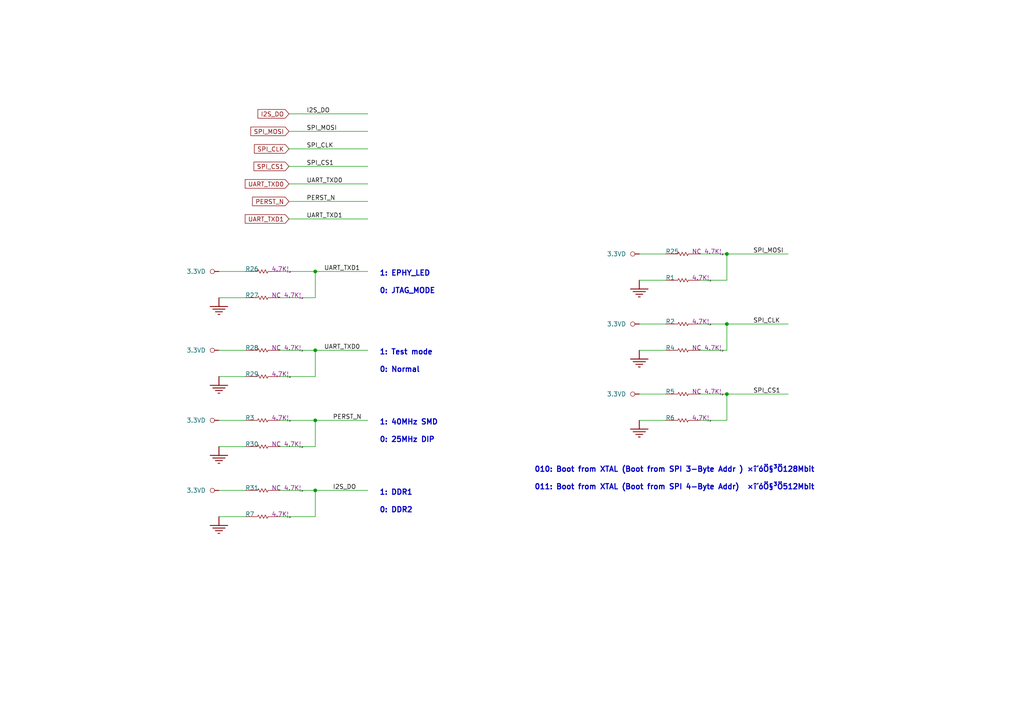
<source format=kicad_sch>
(kicad_sch
	(version 20250114)
	(generator "eeschema")
	(generator_version "9.0")
	(uuid "c5a05fdc-1f53-4dea-b615-ac5c6dd16d61")
	(paper "A4")
	(lib_symbols
		(symbol "Config-altium-import:3.3VD_CIRCLE"
			(power)
			(exclude_from_sim no)
			(in_bom yes)
			(on_board yes)
			(property "Reference" "#PWR"
				(at 0 0 0)
				(effects
					(font
						(size 1.27 1.27)
					)
					(hide yes)
				)
			)
			(property "Value" "3.3VD"
				(at 0 -3.81 0)
				(effects
					(font
						(size 1.27 1.27)
					)
				)
			)
			(property "Footprint" ""
				(at 0 0 0)
				(effects
					(font
						(size 1.27 1.27)
					)
					(hide yes)
				)
			)
			(property "Datasheet" ""
				(at 0 0 0)
				(effects
					(font
						(size 1.27 1.27)
					)
					(hide yes)
				)
			)
			(property "Description" "Power symbol creates a global label with name '3.3VD'"
				(at 0 0 0)
				(effects
					(font
						(size 1.27 1.27)
					)
					(hide yes)
				)
			)
			(property "ki_keywords" "power-flag"
				(at 0 0 0)
				(effects
					(font
						(size 1.27 1.27)
					)
					(hide yes)
				)
			)
			(symbol "3.3VD_CIRCLE_0_0"
				(polyline
					(pts
						(xy 0 0) (xy 0 -1.27)
					)
					(stroke
						(width 0.254)
						(type solid)
					)
					(fill
						(type none)
					)
				)
				(circle
					(center 0 -1.905)
					(radius 0.635)
					(stroke
						(width 0.127)
						(type solid)
					)
					(fill
						(type none)
					)
				)
				(pin power_in line
					(at 0 0 0)
					(length 0)
					(hide yes)
					(name "3.3VD"
						(effects
							(font
								(size 1.27 1.27)
							)
						)
					)
					(number ""
						(effects
							(font
								(size 1.27 1.27)
							)
						)
					)
				)
			)
			(embedded_fonts no)
		)
		(symbol "Config-altium-import:GND_POWER_GROUND"
			(power)
			(exclude_from_sim no)
			(in_bom yes)
			(on_board yes)
			(property "Reference" "#PWR"
				(at 0 0 0)
				(effects
					(font
						(size 1.27 1.27)
					)
					(hide yes)
				)
			)
			(property "Value" "GND"
				(at 0 -6.35 0)
				(effects
					(font
						(size 1.27 1.27)
					)
				)
			)
			(property "Footprint" ""
				(at 0 0 0)
				(effects
					(font
						(size 1.27 1.27)
					)
					(hide yes)
				)
			)
			(property "Datasheet" ""
				(at 0 0 0)
				(effects
					(font
						(size 1.27 1.27)
					)
					(hide yes)
				)
			)
			(property "Description" "Power symbol creates a global label with name 'GND'"
				(at 0 0 0)
				(effects
					(font
						(size 1.27 1.27)
					)
					(hide yes)
				)
			)
			(property "ki_keywords" "power-flag"
				(at 0 0 0)
				(effects
					(font
						(size 1.27 1.27)
					)
					(hide yes)
				)
			)
			(symbol "GND_POWER_GROUND_0_0"
				(polyline
					(pts
						(xy -2.54 -2.54) (xy 2.54 -2.54)
					)
					(stroke
						(width 0.254)
						(type solid)
					)
					(fill
						(type none)
					)
				)
				(polyline
					(pts
						(xy -1.778 -3.302) (xy 1.778 -3.302)
					)
					(stroke
						(width 0.254)
						(type solid)
					)
					(fill
						(type none)
					)
				)
				(polyline
					(pts
						(xy -1.016 -4.064) (xy 1.016 -4.064)
					)
					(stroke
						(width 0.254)
						(type solid)
					)
					(fill
						(type none)
					)
				)
				(polyline
					(pts
						(xy -0.254 -4.826) (xy 0.254 -4.826)
					)
					(stroke
						(width 0.254)
						(type solid)
					)
					(fill
						(type none)
					)
				)
				(polyline
					(pts
						(xy 0 0) (xy 0 -2.54)
					)
					(stroke
						(width 0.254)
						(type solid)
					)
					(fill
						(type none)
					)
				)
				(pin power_in line
					(at 0 0 0)
					(length 0)
					(hide yes)
					(name "GND"
						(effects
							(font
								(size 1.27 1.27)
							)
						)
					)
					(number ""
						(effects
							(font
								(size 1.27 1.27)
							)
						)
					)
				)
			)
			(embedded_fonts no)
		)
		(symbol "Config-altium-import:root_0_Res1_Miscellaneous Devices.SchLib"
			(pin_numbers
				(hide yes)
			)
			(pin_names
				(hide yes)
			)
			(exclude_from_sim no)
			(in_bom yes)
			(on_board yes)
			(property "Reference" ""
				(at 0 0 0)
				(effects
					(font
						(size 1.27 1.27)
					)
				)
			)
			(property "Value" ""
				(at 0 0 0)
				(effects
					(font
						(size 1.27 1.27)
					)
				)
			)
			(property "Footprint" ""
				(at 0 0 0)
				(effects
					(font
						(size 1.27 1.27)
					)
					(hide yes)
				)
			)
			(property "Datasheet" ""
				(at 0 0 0)
				(effects
					(font
						(size 1.27 1.27)
					)
					(hide yes)
				)
			)
			(property "Description" "Resistor"
				(at 0 0 0)
				(effects
					(font
						(size 1.27 1.27)
					)
					(hide yes)
				)
			)
			(property "ki_fp_filters" "*0402_R*"
				(at 0 0 0)
				(effects
					(font
						(size 1.27 1.27)
					)
					(hide yes)
				)
			)
			(symbol "root_0_Res1_Miscellaneous Devices.SchLib_1_0"
				(polyline
					(pts
						(xy 5.08 -2.54) (xy 4.064 -2.54) (xy 3.81 -3.048) (xy 3.302 -2.032) (xy 2.794 -3.048) (xy 2.286 -2.032)
						(xy 1.778 -3.048) (xy 1.27 -2.032) (xy 1.016 -2.54) (xy 0 -2.54)
					)
					(stroke
						(width 0)
						(type solid)
					)
					(fill
						(type none)
					)
				)
				(pin passive line
					(at -2.54 -2.54 0)
					(length 2.54)
					(name "1"
						(effects
							(font
								(size 1.27 1.27)
							)
						)
					)
					(number "1"
						(effects
							(font
								(size 1.27 1.27)
							)
						)
					)
				)
				(pin passive line
					(at 7.62 -2.54 180)
					(length 2.54)
					(name "2"
						(effects
							(font
								(size 1.27 1.27)
							)
						)
					)
					(number "2"
						(effects
							(font
								(size 1.27 1.27)
							)
						)
					)
				)
			)
			(embedded_fonts no)
		)
	)
	(text "010: Boot from XTAL (Boot from SPI 3-Byte Addr ) ×î´óÖ§³Ö128Mbit"
		(exclude_from_sim no)
		(at 154.94 137.16 0)
		(effects
			(font
				(size 1.524 1.524)
				(thickness 0.3048)
				(bold yes)
			)
			(justify left bottom)
		)
		(uuid "142d2410-a767-4cde-9076-925b4f12cbef")
	)
	(text "0: JTAG_MODE"
		(exclude_from_sim no)
		(at 110.02 85.34 0)
		(effects
			(font
				(size 1.524 1.524)
				(thickness 0.3048)
				(bold yes)
			)
			(justify left bottom)
		)
		(uuid "15ec377d-beed-4489-a1d3-4c3bfabdc936")
	)
	(text "0: 25MHz DIP"
		(exclude_from_sim no)
		(at 110.02 128.52 0)
		(effects
			(font
				(size 1.524 1.524)
				(thickness 0.3048)
				(bold yes)
			)
			(justify left bottom)
		)
		(uuid "1e3c7c93-7c8d-4b23-99fc-ac1a70dee443")
	)
	(text "0: DDR2"
		(exclude_from_sim no)
		(at 110 148.9 0)
		(effects
			(font
				(size 1.524 1.524)
				(thickness 0.3048)
				(bold yes)
			)
			(justify left bottom)
		)
		(uuid "32214924-bb1a-4421-9918-07a054ba787e")
	)
	(text "1: Test mode"
		(exclude_from_sim no)
		(at 110.02 103.12 0)
		(effects
			(font
				(size 1.524 1.524)
				(thickness 0.3048)
				(bold yes)
			)
			(justify left bottom)
		)
		(uuid "59a06f66-74dc-46a8-bc9f-1102f571f39f")
	)
	(text "1: EPHY_LED"
		(exclude_from_sim no)
		(at 110.02 80.26 0)
		(effects
			(font
				(size 1.524 1.524)
				(thickness 0.3048)
				(bold yes)
			)
			(justify left bottom)
		)
		(uuid "7a3eb17a-f6d1-414a-9acc-7cfc624a7970")
	)
	(text "0: Normal"
		(exclude_from_sim no)
		(at 110.02 108.2 0)
		(effects
			(font
				(size 1.524 1.524)
				(thickness 0.3048)
				(bold yes)
			)
			(justify left bottom)
		)
		(uuid "c7ca7ac2-c0f1-47db-b3ba-3ed4728f8ec3")
	)
	(text "1: 40MHz SMD"
		(exclude_from_sim no)
		(at 110.02 123.44 0)
		(effects
			(font
				(size 1.524 1.524)
				(thickness 0.3048)
				(bold yes)
			)
			(justify left bottom)
		)
		(uuid "c82ca0a1-069d-413c-b92f-656d63860003")
	)
	(text "1: DDR1"
		(exclude_from_sim no)
		(at 110 143.82 0)
		(effects
			(font
				(size 1.524 1.524)
				(thickness 0.3048)
				(bold yes)
			)
			(justify left bottom)
		)
		(uuid "ce43e003-ced1-44f9-acde-efd9e0f1e05e")
	)
	(text "011: Boot from XTAL (Boot from SPI 4-Byte Addr)  ×î´óÖ§³Ö512Mbit"
		(exclude_from_sim no)
		(at 154.94 142.24 0)
		(effects
			(font
				(size 1.524 1.524)
				(thickness 0.3048)
				(bold yes)
			)
			(justify left bottom)
		)
		(uuid "fd6bb5bf-50da-4d78-beab-9edbc646ab04")
	)
	(junction
		(at 91.44 101.6)
		(diameter 0)
		(color 0 0 0 0)
		(uuid "296cbddc-064a-41f2-a931-e8af66c6822c")
	)
	(junction
		(at 91.44 142.24)
		(diameter 0)
		(color 0 0 0 0)
		(uuid "3f6dfa48-ac85-444f-b39b-bbc1e2a893a1")
	)
	(junction
		(at 210.82 73.66)
		(diameter 0)
		(color 0 0 0 0)
		(uuid "8b19adbd-a445-4f5f-8c42-724660059cd2")
	)
	(junction
		(at 210.82 114.3)
		(diameter 0)
		(color 0 0 0 0)
		(uuid "a13d6eec-93f7-44ca-ae6e-d3d3821508aa")
	)
	(junction
		(at 91.44 121.92)
		(diameter 0)
		(color 0 0 0 0)
		(uuid "b712e51e-7d23-447e-b1bc-c365d00c8b63")
	)
	(junction
		(at 91.44 78.74)
		(diameter 0)
		(color 0 0 0 0)
		(uuid "e6263995-a605-4afb-85b5-20eced214302")
	)
	(junction
		(at 210.82 93.98)
		(diameter 0)
		(color 0 0 0 0)
		(uuid "f8c92516-9782-44ed-ba23-5cab4db63039")
	)
	(wire
		(pts
			(xy 83.82 48.26) (xy 106.68 48.26)
		)
		(stroke
			(width 0)
			(type default)
		)
		(uuid "026bedb5-f815-4788-b77e-faae3e518fc1")
	)
	(wire
		(pts
			(xy 203.2 81.28) (xy 210.82 81.28)
		)
		(stroke
			(width 0)
			(type default)
		)
		(uuid "0620dcae-2a48-4617-a5af-50c4c36958d2")
	)
	(wire
		(pts
			(xy 83.82 43.18) (xy 106.68 43.18)
		)
		(stroke
			(width 0)
			(type default)
		)
		(uuid "0aa03e91-df68-4f2b-b014-2f5100fcbea5")
	)
	(wire
		(pts
			(xy 81.28 149.86) (xy 91.44 149.86)
		)
		(stroke
			(width 0)
			(type default)
		)
		(uuid "0c560c78-5110-4d58-ab8d-3e118628915b")
	)
	(wire
		(pts
			(xy 210.82 101.6) (xy 210.82 93.98)
		)
		(stroke
			(width 0)
			(type default)
		)
		(uuid "0cb0e950-8c62-49ac-82ff-7509eccf4546")
	)
	(wire
		(pts
			(xy 185.42 101.6) (xy 193.04 101.6)
		)
		(stroke
			(width 0)
			(type default)
		)
		(uuid "0dc87684-1f82-4685-a039-fd0307fdaa87")
	)
	(wire
		(pts
			(xy 83.82 38.1) (xy 106.68 38.1)
		)
		(stroke
			(width 0)
			(type default)
		)
		(uuid "112327af-a574-4d62-8184-c8a2e07e9c8d")
	)
	(wire
		(pts
			(xy 91.44 142.24) (xy 106.68 142.24)
		)
		(stroke
			(width 0)
			(type default)
		)
		(uuid "19eba86f-ba9f-427c-9f5c-2f2e19e8a4f1")
	)
	(wire
		(pts
			(xy 210.82 73.66) (xy 228.6 73.66)
		)
		(stroke
			(width 0)
			(type default)
		)
		(uuid "20b09641-560d-49f0-a698-faf8c16b3ac9")
	)
	(wire
		(pts
			(xy 91.44 129.54) (xy 91.44 121.92)
		)
		(stroke
			(width 0)
			(type default)
		)
		(uuid "23750e1a-9461-4e84-8814-f70379a67389")
	)
	(wire
		(pts
			(xy 63.5 86.36) (xy 71.12 86.36)
		)
		(stroke
			(width 0)
			(type default)
		)
		(uuid "2a4b0dd2-e906-49aa-8a16-758e9fe31d91")
	)
	(wire
		(pts
			(xy 185.42 121.92) (xy 193.04 121.92)
		)
		(stroke
			(width 0)
			(type default)
		)
		(uuid "2af07630-f51d-4839-a1b6-a94c5ad01499")
	)
	(wire
		(pts
			(xy 91.44 149.86) (xy 91.44 142.24)
		)
		(stroke
			(width 0)
			(type default)
		)
		(uuid "301e6a07-1a26-4c1a-8860-4c2328bf6e09")
	)
	(wire
		(pts
			(xy 91.44 101.6) (xy 106.68 101.6)
		)
		(stroke
			(width 0)
			(type default)
		)
		(uuid "31f335b1-dcf3-412c-92bd-5cb4ee570d98")
	)
	(wire
		(pts
			(xy 63.5 109.22) (xy 71.12 109.22)
		)
		(stroke
			(width 0)
			(type default)
		)
		(uuid "39023410-261c-4ee3-9ac9-3a0659cb944d")
	)
	(wire
		(pts
			(xy 91.44 121.92) (xy 106.68 121.92)
		)
		(stroke
			(width 0)
			(type default)
		)
		(uuid "3e37e41e-0a72-4376-bbbe-e9a11f792a99")
	)
	(wire
		(pts
			(xy 91.44 86.36) (xy 91.44 78.74)
		)
		(stroke
			(width 0)
			(type default)
		)
		(uuid "3fecd6e2-0674-4dfd-9b7b-31518286d595")
	)
	(wire
		(pts
			(xy 81.28 129.54) (xy 91.44 129.54)
		)
		(stroke
			(width 0)
			(type default)
		)
		(uuid "4588e377-cbf0-41af-9550-0374446cf801")
	)
	(wire
		(pts
			(xy 81.28 101.6) (xy 91.44 101.6)
		)
		(stroke
			(width 0)
			(type default)
		)
		(uuid "491bc963-9e83-4be1-90a4-bf8a714bdf1c")
	)
	(wire
		(pts
			(xy 63.5 149.86) (xy 71.12 149.86)
		)
		(stroke
			(width 0)
			(type default)
		)
		(uuid "4b389e50-90f9-4c10-bd2c-d78dda2f16aa")
	)
	(wire
		(pts
			(xy 81.28 121.92) (xy 91.44 121.92)
		)
		(stroke
			(width 0)
			(type default)
		)
		(uuid "5e9dc1ef-436c-463f-b3d0-38eb0dc37bb8")
	)
	(wire
		(pts
			(xy 81.28 109.22) (xy 91.44 109.22)
		)
		(stroke
			(width 0)
			(type default)
		)
		(uuid "5f00949c-727f-4e1b-8683-69465ed60de0")
	)
	(wire
		(pts
			(xy 63.5 101.6) (xy 71.12 101.6)
		)
		(stroke
			(width 0)
			(type default)
		)
		(uuid "60b5cd8c-2cd3-494a-8ab8-3ef5eccee1ba")
	)
	(wire
		(pts
			(xy 81.28 142.24) (xy 91.44 142.24)
		)
		(stroke
			(width 0)
			(type default)
		)
		(uuid "67e721d3-976e-4f05-a62d-32c1e166d825")
	)
	(wire
		(pts
			(xy 63.5 78.74) (xy 71.12 78.74)
		)
		(stroke
			(width 0)
			(type default)
		)
		(uuid "6fbe4373-6df9-4a76-b91a-d513d8ece36b")
	)
	(wire
		(pts
			(xy 203.2 121.92) (xy 210.82 121.92)
		)
		(stroke
			(width 0)
			(type default)
		)
		(uuid "70b2887d-23e6-495f-8ec0-1424ccb524b2")
	)
	(wire
		(pts
			(xy 185.42 114.3) (xy 193.04 114.3)
		)
		(stroke
			(width 0)
			(type default)
		)
		(uuid "7278be98-f978-46dc-8959-58e2d59ab9ad")
	)
	(wire
		(pts
			(xy 81.28 78.74) (xy 91.44 78.74)
		)
		(stroke
			(width 0)
			(type default)
		)
		(uuid "74c68cba-a99a-4fa7-a913-cd6ab26b30da")
	)
	(wire
		(pts
			(xy 63.5 142.24) (xy 71.12 142.24)
		)
		(stroke
			(width 0)
			(type default)
		)
		(uuid "76f18fdb-1bc4-4ee1-9fa5-e456663b2129")
	)
	(wire
		(pts
			(xy 210.82 114.3) (xy 228.6 114.3)
		)
		(stroke
			(width 0)
			(type default)
		)
		(uuid "86c3e4bd-5b80-45c7-8a5a-1fe23c14dafb")
	)
	(wire
		(pts
			(xy 63.5 129.54) (xy 71.12 129.54)
		)
		(stroke
			(width 0)
			(type default)
		)
		(uuid "93a815f9-2aca-46a9-bbc0-5f21b33034c9")
	)
	(wire
		(pts
			(xy 210.82 81.28) (xy 210.82 73.66)
		)
		(stroke
			(width 0)
			(type default)
		)
		(uuid "9667fec8-63ce-4458-b9e4-03466a7bccc9")
	)
	(wire
		(pts
			(xy 81.28 86.36) (xy 91.44 86.36)
		)
		(stroke
			(width 0)
			(type default)
		)
		(uuid "a76c7e8b-c97a-42f2-8dfd-e125fcc70e3f")
	)
	(wire
		(pts
			(xy 83.82 58.42) (xy 106.68 58.42)
		)
		(stroke
			(width 0)
			(type default)
		)
		(uuid "a7bd5109-8875-4d94-b339-c8cad1e3dca3")
	)
	(wire
		(pts
			(xy 203.2 101.6) (xy 210.82 101.6)
		)
		(stroke
			(width 0)
			(type default)
		)
		(uuid "b708e4b5-b875-4c7c-9695-84d3464e83ca")
	)
	(wire
		(pts
			(xy 83.82 53.34) (xy 106.68 53.34)
		)
		(stroke
			(width 0)
			(type default)
		)
		(uuid "ba82c5df-7a0b-4526-afc4-a1faafaa1026")
	)
	(wire
		(pts
			(xy 185.42 81.28) (xy 193.04 81.28)
		)
		(stroke
			(width 0)
			(type default)
		)
		(uuid "be44ed58-3e05-4f8f-b116-8c72b2cab665")
	)
	(wire
		(pts
			(xy 203.2 93.98) (xy 210.82 93.98)
		)
		(stroke
			(width 0)
			(type default)
		)
		(uuid "c04f7ef8-6971-40a2-89f2-08648ae00536")
	)
	(wire
		(pts
			(xy 185.42 93.98) (xy 193.04 93.98)
		)
		(stroke
			(width 0)
			(type default)
		)
		(uuid "c5dbc756-6047-4a40-9e33-3e24517bfa65")
	)
	(wire
		(pts
			(xy 203.2 73.66) (xy 210.82 73.66)
		)
		(stroke
			(width 0)
			(type default)
		)
		(uuid "cfe5ae42-a23a-4989-b95c-e7915365e381")
	)
	(wire
		(pts
			(xy 83.82 63.5) (xy 106.68 63.5)
		)
		(stroke
			(width 0)
			(type default)
		)
		(uuid "d7067904-1304-4e54-832e-f256f6d099e3")
	)
	(wire
		(pts
			(xy 203.2 114.3) (xy 210.82 114.3)
		)
		(stroke
			(width 0)
			(type default)
		)
		(uuid "daa07f67-aa4d-444c-b9fb-59cb387c46c9")
	)
	(wire
		(pts
			(xy 63.5 121.92) (xy 71.12 121.92)
		)
		(stroke
			(width 0)
			(type default)
		)
		(uuid "dae5f269-200f-4931-96f5-640e1ccaccff")
	)
	(wire
		(pts
			(xy 83.82 33.02) (xy 106.68 33.02)
		)
		(stroke
			(width 0)
			(type default)
		)
		(uuid "f22e1246-a2b3-486c-8eab-8980a3d450e2")
	)
	(wire
		(pts
			(xy 210.82 93.98) (xy 228.6 93.98)
		)
		(stroke
			(width 0)
			(type default)
		)
		(uuid "f25e0db2-b98d-49c0-a943-5a89102c8814")
	)
	(wire
		(pts
			(xy 185.42 73.66) (xy 193.04 73.66)
		)
		(stroke
			(width 0)
			(type default)
		)
		(uuid "f89ca31b-7896-425e-8720-25f2ad52a3ef")
	)
	(wire
		(pts
			(xy 91.44 78.74) (xy 106.68 78.74)
		)
		(stroke
			(width 0)
			(type default)
		)
		(uuid "fb99ecfe-492b-4a12-8d16-7fc3133df753")
	)
	(wire
		(pts
			(xy 210.82 121.92) (xy 210.82 114.3)
		)
		(stroke
			(width 0)
			(type default)
		)
		(uuid "fc4a5603-705d-4f23-b56e-9db42f2ff7f6")
	)
	(wire
		(pts
			(xy 91.44 109.22) (xy 91.44 101.6)
		)
		(stroke
			(width 0)
			(type default)
		)
		(uuid "fde34989-c2a0-40f1-8ceb-b30f7f11a52d")
	)
	(label "UART_TXD1"
		(at 88.9 63.5 0)
		(effects
			(font
				(size 1.27 1.27)
			)
			(justify left bottom)
		)
		(uuid "23562da5-a04a-41d7-9c95-e7c39e66abd3")
	)
	(label "UART_TXD0"
		(at 88.9 53.34 0)
		(effects
			(font
				(size 1.27 1.27)
			)
			(justify left bottom)
		)
		(uuid "3fc1ef42-7c8b-4fbc-85e8-acd8cba9fead")
	)
	(label "UART_TXD0"
		(at 93.98 101.6 0)
		(effects
			(font
				(size 1.27 1.27)
			)
			(justify left bottom)
		)
		(uuid "47849042-37ac-461e-ab26-5375cc5e3c57")
	)
	(label "SPI_MOSI"
		(at 218.44 73.66 0)
		(effects
			(font
				(size 1.27 1.27)
			)
			(justify left bottom)
		)
		(uuid "7051e82c-aa05-4cdc-9524-bab1ee5473b4")
	)
	(label "UART_TXD1"
		(at 93.98 78.74 0)
		(effects
			(font
				(size 1.27 1.27)
			)
			(justify left bottom)
		)
		(uuid "75054289-fb75-4d42-a042-9af0693c17fd")
	)
	(label "SPI_CS1"
		(at 88.9 48.26 0)
		(effects
			(font
				(size 1.27 1.27)
			)
			(justify left bottom)
		)
		(uuid "7763e39a-c62a-41b3-a59d-c5c696cd6362")
	)
	(label "SPI_CLK"
		(at 218.44 93.98 0)
		(effects
			(font
				(size 1.27 1.27)
			)
			(justify left bottom)
		)
		(uuid "803d5533-1f7c-4875-a010-76254a7ef045")
	)
	(label "PERST_N"
		(at 96.52 121.92 0)
		(effects
			(font
				(size 1.27 1.27)
			)
			(justify left bottom)
		)
		(uuid "886bebea-2604-4757-b755-373c1df97cd9")
	)
	(label "SPI_CLK"
		(at 88.9 43.18 0)
		(effects
			(font
				(size 1.27 1.27)
			)
			(justify left bottom)
		)
		(uuid "8a274541-a6bf-4735-8ac6-5c18d5635246")
	)
	(label "I2S_DO"
		(at 88.9 33.02 0)
		(effects
			(font
				(size 1.27 1.27)
			)
			(justify left bottom)
		)
		(uuid "93dbb6ec-940d-4e7e-8f0c-dc557671ca94")
	)
	(label "SPI_CS1"
		(at 218.44 114.3 0)
		(effects
			(font
				(size 1.27 1.27)
			)
			(justify left bottom)
		)
		(uuid "b9d1a85d-1540-49e1-a030-e261ffd955d9")
	)
	(label "SPI_MOSI"
		(at 88.9 38.1 0)
		(effects
			(font
				(size 1.27 1.27)
			)
			(justify left bottom)
		)
		(uuid "c0f12fd6-ac8d-4a56-a335-c3042654848e")
	)
	(label "PERST_N"
		(at 88.9 58.42 0)
		(effects
			(font
				(size 1.27 1.27)
			)
			(justify left bottom)
		)
		(uuid "d556cbb2-e4b1-42b7-973a-65b4d08f5aed")
	)
	(label "I2S_DO"
		(at 96.52 142.24 0)
		(effects
			(font
				(size 1.27 1.27)
			)
			(justify left bottom)
		)
		(uuid "d8fe4066-eaaa-4856-b9e3-e3091b11ee90")
	)
	(global_label "PERST_N"
		(shape input)
		(at 83.82 58.42 180)
		(fields_autoplaced yes)
		(effects
			(font
				(size 1.27 1.27)
			)
			(justify right)
		)
		(uuid "3342eb3e-bb79-4b30-a909-52fd257e0970")
		(property "Intersheetrefs" "${INTERSHEET_REFS}"
			(at 72.6706 58.42 0)
			(effects
				(font
					(size 1.27 1.27)
				)
				(justify right)
				(hide yes)
			)
		)
	)
	(global_label "SPI_MOSI"
		(shape input)
		(at 83.82 38.1 180)
		(fields_autoplaced yes)
		(effects
			(font
				(size 1.27 1.27)
			)
			(justify right)
		)
		(uuid "399d80cb-29b7-42da-afba-0566b2847474")
		(property "Intersheetrefs" "${INTERSHEET_REFS}"
			(at 72.1867 38.1 0)
			(effects
				(font
					(size 1.27 1.27)
				)
				(justify right)
				(hide yes)
			)
		)
	)
	(global_label "UART_TXD0"
		(shape input)
		(at 83.82 53.34 180)
		(fields_autoplaced yes)
		(effects
			(font
				(size 1.27 1.27)
			)
			(justify right)
		)
		(uuid "82c23dc2-d4f5-47b1-841c-672f9660739f")
		(property "Intersheetrefs" "${INTERSHEET_REFS}"
			(at 70.5539 53.34 0)
			(effects
				(font
					(size 1.27 1.27)
				)
				(justify right)
				(hide yes)
			)
		)
	)
	(global_label "I2S_DO"
		(shape input)
		(at 83.82 33.02 180)
		(fields_autoplaced yes)
		(effects
			(font
				(size 1.27 1.27)
			)
			(justify right)
		)
		(uuid "9f44ce59-7580-4bb7-b69d-8a6e20999723")
		(property "Intersheetrefs" "${INTERSHEET_REFS}"
			(at 74.2429 33.02 0)
			(effects
				(font
					(size 1.27 1.27)
				)
				(justify right)
				(hide yes)
			)
		)
	)
	(global_label "UART_TXD1"
		(shape input)
		(at 83.82 63.5 180)
		(fields_autoplaced yes)
		(effects
			(font
				(size 1.27 1.27)
			)
			(justify right)
		)
		(uuid "a588469e-d74b-4c77-a15d-abada422ff96")
		(property "Intersheetrefs" "${INTERSHEET_REFS}"
			(at 70.5539 63.5 0)
			(effects
				(font
					(size 1.27 1.27)
				)
				(justify right)
				(hide yes)
			)
		)
	)
	(global_label "SPI_CLK"
		(shape input)
		(at 83.82 43.18 180)
		(fields_autoplaced yes)
		(effects
			(font
				(size 1.27 1.27)
			)
			(justify right)
		)
		(uuid "bcd8adfb-d647-499d-bb73-f45af446f88b")
		(property "Intersheetrefs" "${INTERSHEET_REFS}"
			(at 73.2148 43.18 0)
			(effects
				(font
					(size 1.27 1.27)
				)
				(justify right)
				(hide yes)
			)
		)
	)
	(global_label "SPI_CS1"
		(shape input)
		(at 83.82 48.26 180)
		(fields_autoplaced yes)
		(effects
			(font
				(size 1.27 1.27)
			)
			(justify right)
		)
		(uuid "e245ceb5-0b4e-4235-8f87-8e96938c01b9")
		(property "Intersheetrefs" "${INTERSHEET_REFS}"
			(at 73.0939 48.26 0)
			(effects
				(font
					(size 1.27 1.27)
				)
				(justify right)
				(hide yes)
			)
		)
	)
	(symbol
		(lib_id "Config-altium-import:root_0_Res1_Miscellaneous Devices.SchLib")
		(at 73.66 83.82 0)
		(unit 1)
		(exclude_from_sim no)
		(in_bom yes)
		(on_board yes)
		(dnp no)
		(uuid "06b5c93d-041c-47ab-a677-4b073eee732a")
		(property "Reference" "R27"
			(at 71.12 86.36 0)
			(effects
				(font
					(size 1.27 1.27)
				)
				(justify left bottom)
			)
		)
		(property "Value" "4.7k"
			(at 73.406 89.662 0)
			(effects
				(font
					(size 1.27 1.27)
				)
				(justify left bottom)
				(hide yes)
			)
		)
		(property "Footprint" "Resistor_SMD:R_0402_1005Metric"
			(at 73.66 83.82 0)
			(effects
				(font
					(size 1.27 1.27)
				)
				(hide yes)
			)
		)
		(property "Datasheet" ""
			(at 73.66 83.82 0)
			(effects
				(font
					(size 1.27 1.27)
				)
				(hide yes)
			)
		)
		(property "Description" "Resistor"
			(at 73.66 83.82 0)
			(effects
				(font
					(size 1.27 1.27)
				)
				(hide yes)
			)
		)
		(property "PUBLISHED" "8-Jun-2000"
			(at 73.66 83.82 0)
			(effects
				(font
					(size 1.27 1.27)
				)
				(justify left bottom)
				(hide yes)
			)
		)
		(property "LATESTREVISIONDATE" "17-Jul-2002"
			(at 73.66 83.82 0)
			(effects
				(font
					(size 1.27 1.27)
				)
				(justify left bottom)
				(hide yes)
			)
		)
		(property "LATESTREVISIONNOTE" "Re-released for DXP Platform."
			(at 73.66 83.82 0)
			(effects
				(font
					(size 1.27 1.27)
				)
				(justify left bottom)
				(hide yes)
			)
		)
		(property "PACKAGEREFERENCE" "AXIAL-0.3"
			(at 73.66 83.82 0)
			(effects
				(font
					(size 1.27 1.27)
				)
				(justify left bottom)
				(hide yes)
			)
		)
		(property "PUBLISHER" "Altium Limited"
			(at 73.66 83.82 0)
			(effects
				(font
					(size 1.27 1.27)
				)
				(justify left bottom)
				(hide yes)
			)
		)
		(property "PACKAGEDESCRIPTION" "Axial Device, Thru-Hole; 2 Leads; 0.3 in Pin Spacing"
			(at 73.66 83.82 0)
			(effects
				(font
					(size 1.27 1.27)
				)
				(justify left bottom)
				(hide yes)
			)
		)
		(property "ALTIUM_VALUE" "NC 4.7K¦¸"
			(at 78.74 86.36 0)
			(effects
				(font
					(size 1.27 1.27)
				)
				(justify left bottom)
			)
		)
		(property "LCSC" "NC"
			(at 73.66 83.82 0)
			(effects
				(font
					(size 1.27 1.27)
				)
				(hide yes)
			)
		)
		(pin "2"
			(uuid "1691afe5-8ddf-40a4-a64c-258cc8b45632")
		)
		(pin "1"
			(uuid "b1fefbdb-a9ef-43e5-82b0-b705f1113ff1")
		)
		(instances
			(project "mt7628v1"
				(path "/144686d4-2b77-460c-9924-cc86faff7e9d/bf8f1e72-29e7-42fb-9405-1131aaba26a2"
					(reference "R27")
					(unit 1)
				)
			)
		)
	)
	(symbol
		(lib_id "Config-altium-import:root_0_Res1_Miscellaneous Devices.SchLib")
		(at 73.66 99.06 0)
		(unit 1)
		(exclude_from_sim no)
		(in_bom yes)
		(on_board yes)
		(dnp no)
		(uuid "0a9d4f99-8278-433e-a7f2-82f137b99a42")
		(property "Reference" "R28"
			(at 71.12 101.6 0)
			(effects
				(font
					(size 1.27 1.27)
				)
				(justify left bottom)
			)
		)
		(property "Value" "4.7k"
			(at 73.406 104.902 0)
			(effects
				(font
					(size 1.27 1.27)
				)
				(justify left bottom)
				(hide yes)
			)
		)
		(property "Footprint" "Resistor_SMD:R_0402_1005Metric"
			(at 73.66 99.06 0)
			(effects
				(font
					(size 1.27 1.27)
				)
				(hide yes)
			)
		)
		(property "Datasheet" ""
			(at 73.66 99.06 0)
			(effects
				(font
					(size 1.27 1.27)
				)
				(hide yes)
			)
		)
		(property "Description" "Resistor"
			(at 73.66 99.06 0)
			(effects
				(font
					(size 1.27 1.27)
				)
				(hide yes)
			)
		)
		(property "PUBLISHED" "8-Jun-2000"
			(at 73.66 99.06 0)
			(effects
				(font
					(size 1.27 1.27)
				)
				(justify left bottom)
				(hide yes)
			)
		)
		(property "LATESTREVISIONDATE" "17-Jul-2002"
			(at 73.66 99.06 0)
			(effects
				(font
					(size 1.27 1.27)
				)
				(justify left bottom)
				(hide yes)
			)
		)
		(property "LATESTREVISIONNOTE" "Re-released for DXP Platform."
			(at 73.66 99.06 0)
			(effects
				(font
					(size 1.27 1.27)
				)
				(justify left bottom)
				(hide yes)
			)
		)
		(property "PACKAGEREFERENCE" "AXIAL-0.3"
			(at 73.66 99.06 0)
			(effects
				(font
					(size 1.27 1.27)
				)
				(justify left bottom)
				(hide yes)
			)
		)
		(property "PUBLISHER" "Altium Limited"
			(at 73.66 99.06 0)
			(effects
				(font
					(size 1.27 1.27)
				)
				(justify left bottom)
				(hide yes)
			)
		)
		(property "PACKAGEDESCRIPTION" "Axial Device, Thru-Hole; 2 Leads; 0.3 in Pin Spacing"
			(at 73.66 99.06 0)
			(effects
				(font
					(size 1.27 1.27)
				)
				(justify left bottom)
				(hide yes)
			)
		)
		(property "ALTIUM_VALUE" "NC 4.7K¦¸"
			(at 78.74 101.6 0)
			(effects
				(font
					(size 1.27 1.27)
				)
				(justify left bottom)
			)
		)
		(property "LCSC" "NC"
			(at 73.66 99.06 0)
			(effects
				(font
					(size 1.27 1.27)
				)
				(hide yes)
			)
		)
		(pin "2"
			(uuid "30ae67e7-5e85-4ec7-88cf-49258818dc25")
		)
		(pin "1"
			(uuid "17033f55-00bc-47fb-ad00-d8fdcc69761a")
		)
		(instances
			(project "mt7628v1"
				(path "/144686d4-2b77-460c-9924-cc86faff7e9d/bf8f1e72-29e7-42fb-9405-1131aaba26a2"
					(reference "R28")
					(unit 1)
				)
			)
		)
	)
	(symbol
		(lib_id "Config-altium-import:root_0_Res1_Miscellaneous Devices.SchLib")
		(at 73.66 147.32 0)
		(unit 1)
		(exclude_from_sim no)
		(in_bom yes)
		(on_board yes)
		(dnp no)
		(uuid "0ab4060a-db1d-438d-a9c5-b1ac6089ecf3")
		(property "Reference" "R7"
			(at 71.12 149.86 0)
			(effects
				(font
					(size 1.27 1.27)
				)
				(justify left bottom)
			)
		)
		(property "Value" "4.7k"
			(at 73.406 153.162 0)
			(effects
				(font
					(size 1.27 1.27)
				)
				(justify left bottom)
				(hide yes)
			)
		)
		(property "Footprint" "Resistor_SMD:R_0402_1005Metric"
			(at 73.66 147.32 0)
			(effects
				(font
					(size 1.27 1.27)
				)
				(hide yes)
			)
		)
		(property "Datasheet" ""
			(at 73.66 147.32 0)
			(effects
				(font
					(size 1.27 1.27)
				)
				(hide yes)
			)
		)
		(property "Description" "Resistor"
			(at 73.66 147.32 0)
			(effects
				(font
					(size 1.27 1.27)
				)
				(hide yes)
			)
		)
		(property "PUBLISHED" "8-Jun-2000"
			(at 73.66 147.32 0)
			(effects
				(font
					(size 1.27 1.27)
				)
				(justify left bottom)
				(hide yes)
			)
		)
		(property "LATESTREVISIONDATE" "17-Jul-2002"
			(at 73.66 147.32 0)
			(effects
				(font
					(size 1.27 1.27)
				)
				(justify left bottom)
				(hide yes)
			)
		)
		(property "LATESTREVISIONNOTE" "Re-released for DXP Platform."
			(at 73.66 147.32 0)
			(effects
				(font
					(size 1.27 1.27)
				)
				(justify left bottom)
				(hide yes)
			)
		)
		(property "PACKAGEREFERENCE" "AXIAL-0.3"
			(at 73.66 147.32 0)
			(effects
				(font
					(size 1.27 1.27)
				)
				(justify left bottom)
				(hide yes)
			)
		)
		(property "PUBLISHER" "Altium Limited"
			(at 73.66 147.32 0)
			(effects
				(font
					(size 1.27 1.27)
				)
				(justify left bottom)
				(hide yes)
			)
		)
		(property "PACKAGEDESCRIPTION" "Axial Device, Thru-Hole; 2 Leads; 0.3 in Pin Spacing"
			(at 73.66 147.32 0)
			(effects
				(font
					(size 1.27 1.27)
				)
				(justify left bottom)
				(hide yes)
			)
		)
		(property "ALTIUM_VALUE" "4.7K¦¸"
			(at 78.74 149.86 0)
			(effects
				(font
					(size 1.27 1.27)
				)
				(justify left bottom)
			)
		)
		(property "LCSC" "C25900"
			(at 73.66 147.32 0)
			(effects
				(font
					(size 1.27 1.27)
				)
				(hide yes)
			)
		)
		(pin "1"
			(uuid "8cbd3c59-4ba5-42b4-9352-8602b4958a00")
		)
		(pin "2"
			(uuid "7511e436-ab9b-4114-91c0-9709e789c5d2")
		)
		(instances
			(project "mt7628v1"
				(path "/144686d4-2b77-460c-9924-cc86faff7e9d/bf8f1e72-29e7-42fb-9405-1131aaba26a2"
					(reference "R7")
					(unit 1)
				)
			)
		)
	)
	(symbol
		(lib_id "Config-altium-import:3.3VD_CIRCLE")
		(at 63.5 78.74 270)
		(unit 1)
		(exclude_from_sim no)
		(in_bom yes)
		(on_board yes)
		(dnp no)
		(uuid "1022f0f8-7b35-4d65-af75-642f0244283b")
		(property "Reference" "#PWR094"
			(at 63.5 78.74 0)
			(effects
				(font
					(size 1.27 1.27)
				)
				(hide yes)
			)
		)
		(property "Value" "3.3VD"
			(at 59.69 78.74 90)
			(effects
				(font
					(size 1.27 1.27)
				)
				(justify right)
			)
		)
		(property "Footprint" ""
			(at 63.5 78.74 0)
			(effects
				(font
					(size 1.27 1.27)
				)
			)
		)
		(property "Datasheet" ""
			(at 63.5 78.74 0)
			(effects
				(font
					(size 1.27 1.27)
				)
			)
		)
		(property "Description" ""
			(at 63.5 78.74 0)
			(effects
				(font
					(size 1.27 1.27)
				)
			)
		)
		(pin ""
			(uuid "e0b0577f-69d6-4ccc-83e3-85d895e3b678")
		)
		(instances
			(project "mt7628v1"
				(path "/144686d4-2b77-460c-9924-cc86faff7e9d/bf8f1e72-29e7-42fb-9405-1131aaba26a2"
					(reference "#PWR094")
					(unit 1)
				)
			)
		)
	)
	(symbol
		(lib_id "Config-altium-import:GND_POWER_GROUND")
		(at 185.42 81.28 0)
		(unit 1)
		(exclude_from_sim no)
		(in_bom yes)
		(on_board yes)
		(dnp no)
		(uuid "12bc2079-08e0-4562-841b-c97c992300bd")
		(property "Reference" "#PWR0103"
			(at 185.42 81.28 0)
			(effects
				(font
					(size 1.27 1.27)
				)
				(hide yes)
			)
		)
		(property "Value" "GND"
			(at 185.42 87.63 0)
			(effects
				(font
					(size 1.27 1.27)
				)
				(hide yes)
			)
		)
		(property "Footprint" ""
			(at 185.42 81.28 0)
			(effects
				(font
					(size 1.27 1.27)
				)
			)
		)
		(property "Datasheet" ""
			(at 185.42 81.28 0)
			(effects
				(font
					(size 1.27 1.27)
				)
			)
		)
		(property "Description" ""
			(at 185.42 81.28 0)
			(effects
				(font
					(size 1.27 1.27)
				)
			)
		)
		(pin ""
			(uuid "9cfc372e-3591-426c-86ff-a1771ece27f7")
		)
		(instances
			(project "mt7628v1"
				(path "/144686d4-2b77-460c-9924-cc86faff7e9d/bf8f1e72-29e7-42fb-9405-1131aaba26a2"
					(reference "#PWR0103")
					(unit 1)
				)
			)
		)
	)
	(symbol
		(lib_id "Config-altium-import:GND_POWER_GROUND")
		(at 63.5 86.36 0)
		(unit 1)
		(exclude_from_sim no)
		(in_bom yes)
		(on_board yes)
		(dnp no)
		(uuid "2133c166-07f5-4b96-818b-d1fe4d9a6e20")
		(property "Reference" "#PWR095"
			(at 63.5 86.36 0)
			(effects
				(font
					(size 1.27 1.27)
				)
				(hide yes)
			)
		)
		(property "Value" "GND"
			(at 63.5 92.71 0)
			(effects
				(font
					(size 1.27 1.27)
				)
				(hide yes)
			)
		)
		(property "Footprint" ""
			(at 63.5 86.36 0)
			(effects
				(font
					(size 1.27 1.27)
				)
			)
		)
		(property "Datasheet" ""
			(at 63.5 86.36 0)
			(effects
				(font
					(size 1.27 1.27)
				)
			)
		)
		(property "Description" ""
			(at 63.5 86.36 0)
			(effects
				(font
					(size 1.27 1.27)
				)
			)
		)
		(pin ""
			(uuid "e7b3807e-e73a-41f5-bf2f-5de470bc53e6")
		)
		(instances
			(project "mt7628v1"
				(path "/144686d4-2b77-460c-9924-cc86faff7e9d/bf8f1e72-29e7-42fb-9405-1131aaba26a2"
					(reference "#PWR095")
					(unit 1)
				)
			)
		)
	)
	(symbol
		(lib_id "Config-altium-import:root_0_Res1_Miscellaneous Devices.SchLib")
		(at 73.66 139.7 0)
		(unit 1)
		(exclude_from_sim no)
		(in_bom yes)
		(on_board yes)
		(dnp no)
		(uuid "29253b6a-489a-4169-9797-eb67c0fcfdc0")
		(property "Reference" "R31"
			(at 71.12 142.24 0)
			(effects
				(font
					(size 1.27 1.27)
				)
				(justify left bottom)
			)
		)
		(property "Value" "4.7k"
			(at 73.406 145.542 0)
			(effects
				(font
					(size 1.27 1.27)
				)
				(justify left bottom)
				(hide yes)
			)
		)
		(property "Footprint" "Resistor_SMD:R_0402_1005Metric"
			(at 73.66 139.7 0)
			(effects
				(font
					(size 1.27 1.27)
				)
				(hide yes)
			)
		)
		(property "Datasheet" ""
			(at 73.66 139.7 0)
			(effects
				(font
					(size 1.27 1.27)
				)
				(hide yes)
			)
		)
		(property "Description" "Resistor"
			(at 73.66 139.7 0)
			(effects
				(font
					(size 1.27 1.27)
				)
				(hide yes)
			)
		)
		(property "PUBLISHED" "8-Jun-2000"
			(at 73.66 139.7 0)
			(effects
				(font
					(size 1.27 1.27)
				)
				(justify left bottom)
				(hide yes)
			)
		)
		(property "LATESTREVISIONDATE" "17-Jul-2002"
			(at 73.66 139.7 0)
			(effects
				(font
					(size 1.27 1.27)
				)
				(justify left bottom)
				(hide yes)
			)
		)
		(property "LATESTREVISIONNOTE" "Re-released for DXP Platform."
			(at 73.66 139.7 0)
			(effects
				(font
					(size 1.27 1.27)
				)
				(justify left bottom)
				(hide yes)
			)
		)
		(property "PACKAGEREFERENCE" "AXIAL-0.3"
			(at 73.66 139.7 0)
			(effects
				(font
					(size 1.27 1.27)
				)
				(justify left bottom)
				(hide yes)
			)
		)
		(property "PUBLISHER" "Altium Limited"
			(at 73.66 139.7 0)
			(effects
				(font
					(size 1.27 1.27)
				)
				(justify left bottom)
				(hide yes)
			)
		)
		(property "PACKAGEDESCRIPTION" "Axial Device, Thru-Hole; 2 Leads; 0.3 in Pin Spacing"
			(at 73.66 139.7 0)
			(effects
				(font
					(size 1.27 1.27)
				)
				(justify left bottom)
				(hide yes)
			)
		)
		(property "ALTIUM_VALUE" "NC 4.7K¦¸"
			(at 78.74 142.24 0)
			(effects
				(font
					(size 1.27 1.27)
				)
				(justify left bottom)
			)
		)
		(property "LCSC" "NC"
			(at 73.66 139.7 0)
			(effects
				(font
					(size 1.27 1.27)
				)
				(hide yes)
			)
		)
		(pin "2"
			(uuid "d28ed1b4-ca96-4459-bad8-4c79ac85c8b4")
		)
		(pin "1"
			(uuid "5fa3b7dd-5ebf-434d-ab1a-f35749d99029")
		)
		(instances
			(project "mt7628v1"
				(path "/144686d4-2b77-460c-9924-cc86faff7e9d/bf8f1e72-29e7-42fb-9405-1131aaba26a2"
					(reference "R31")
					(unit 1)
				)
			)
		)
	)
	(symbol
		(lib_id "Config-altium-import:root_0_Res1_Miscellaneous Devices.SchLib")
		(at 195.58 91.44 0)
		(unit 1)
		(exclude_from_sim no)
		(in_bom yes)
		(on_board yes)
		(dnp no)
		(uuid "2fc6f50c-a42f-4ce3-baea-a436835ea466")
		(property "Reference" "R2"
			(at 193.04 93.98 0)
			(effects
				(font
					(size 1.27 1.27)
				)
				(justify left bottom)
			)
		)
		(property "Value" "4.7k"
			(at 195.326 97.282 0)
			(effects
				(font
					(size 1.27 1.27)
				)
				(justify left bottom)
				(hide yes)
			)
		)
		(property "Footprint" "Resistor_SMD:R_0402_1005Metric"
			(at 195.58 91.44 0)
			(effects
				(font
					(size 1.27 1.27)
				)
				(hide yes)
			)
		)
		(property "Datasheet" ""
			(at 195.58 91.44 0)
			(effects
				(font
					(size 1.27 1.27)
				)
				(hide yes)
			)
		)
		(property "Description" "Resistor"
			(at 195.58 91.44 0)
			(effects
				(font
					(size 1.27 1.27)
				)
				(hide yes)
			)
		)
		(property "PUBLISHED" "8-Jun-2000"
			(at 195.58 91.44 0)
			(effects
				(font
					(size 1.27 1.27)
				)
				(justify left bottom)
				(hide yes)
			)
		)
		(property "LATESTREVISIONDATE" "17-Jul-2002"
			(at 195.58 91.44 0)
			(effects
				(font
					(size 1.27 1.27)
				)
				(justify left bottom)
				(hide yes)
			)
		)
		(property "LATESTREVISIONNOTE" "Re-released for DXP Platform."
			(at 195.58 91.44 0)
			(effects
				(font
					(size 1.27 1.27)
				)
				(justify left bottom)
				(hide yes)
			)
		)
		(property "PACKAGEREFERENCE" "AXIAL-0.3"
			(at 195.58 91.44 0)
			(effects
				(font
					(size 1.27 1.27)
				)
				(justify left bottom)
				(hide yes)
			)
		)
		(property "PUBLISHER" "Altium Limited"
			(at 195.58 91.44 0)
			(effects
				(font
					(size 1.27 1.27)
				)
				(justify left bottom)
				(hide yes)
			)
		)
		(property "PACKAGEDESCRIPTION" "Axial Device, Thru-Hole; 2 Leads; 0.3 in Pin Spacing"
			(at 195.58 91.44 0)
			(effects
				(font
					(size 1.27 1.27)
				)
				(justify left bottom)
				(hide yes)
			)
		)
		(property "ALTIUM_VALUE" "4.7K¦¸"
			(at 200.66 93.98 0)
			(effects
				(font
					(size 1.27 1.27)
				)
				(justify left bottom)
			)
		)
		(property "LCSC" "C25900"
			(at 195.58 91.44 0)
			(effects
				(font
					(size 1.27 1.27)
				)
				(hide yes)
			)
		)
		(pin "2"
			(uuid "74da3089-dda5-41ea-b04d-438617116712")
		)
		(pin "1"
			(uuid "9e3effeb-59c9-4cc0-ae83-20de0e935c88")
		)
		(instances
			(project "mt7628v1"
				(path "/144686d4-2b77-460c-9924-cc86faff7e9d/bf8f1e72-29e7-42fb-9405-1131aaba26a2"
					(reference "R2")
					(unit 1)
				)
			)
		)
	)
	(symbol
		(lib_id "Config-altium-import:root_0_Res1_Miscellaneous Devices.SchLib")
		(at 73.66 76.2 0)
		(unit 1)
		(exclude_from_sim no)
		(in_bom yes)
		(on_board yes)
		(dnp no)
		(uuid "4bb4b957-19d2-4561-aa6b-812e5206eef4")
		(property "Reference" "R26"
			(at 71.12 78.74 0)
			(effects
				(font
					(size 1.27 1.27)
				)
				(justify left bottom)
			)
		)
		(property "Value" "4.7k"
			(at 73.406 82.042 0)
			(effects
				(font
					(size 1.27 1.27)
				)
				(justify left bottom)
				(hide yes)
			)
		)
		(property "Footprint" "Resistor_SMD:R_0402_1005Metric"
			(at 73.66 76.2 0)
			(effects
				(font
					(size 1.27 1.27)
				)
				(hide yes)
			)
		)
		(property "Datasheet" ""
			(at 73.66 76.2 0)
			(effects
				(font
					(size 1.27 1.27)
				)
				(hide yes)
			)
		)
		(property "Description" "Resistor"
			(at 73.66 76.2 0)
			(effects
				(font
					(size 1.27 1.27)
				)
				(hide yes)
			)
		)
		(property "PUBLISHED" "8-Jun-2000"
			(at 73.66 76.2 0)
			(effects
				(font
					(size 1.27 1.27)
				)
				(justify left bottom)
				(hide yes)
			)
		)
		(property "LATESTREVISIONDATE" "17-Jul-2002"
			(at 73.66 76.2 0)
			(effects
				(font
					(size 1.27 1.27)
				)
				(justify left bottom)
				(hide yes)
			)
		)
		(property "LATESTREVISIONNOTE" "Re-released for DXP Platform."
			(at 73.66 76.2 0)
			(effects
				(font
					(size 1.27 1.27)
				)
				(justify left bottom)
				(hide yes)
			)
		)
		(property "PACKAGEREFERENCE" "AXIAL-0.3"
			(at 73.66 76.2 0)
			(effects
				(font
					(size 1.27 1.27)
				)
				(justify left bottom)
				(hide yes)
			)
		)
		(property "PUBLISHER" "Altium Limited"
			(at 73.66 76.2 0)
			(effects
				(font
					(size 1.27 1.27)
				)
				(justify left bottom)
				(hide yes)
			)
		)
		(property "PACKAGEDESCRIPTION" "Axial Device, Thru-Hole; 2 Leads; 0.3 in Pin Spacing"
			(at 73.66 76.2 0)
			(effects
				(font
					(size 1.27 1.27)
				)
				(justify left bottom)
				(hide yes)
			)
		)
		(property "ALTIUM_VALUE" "4.7K¦¸"
			(at 78.74 78.74 0)
			(effects
				(font
					(size 1.27 1.27)
				)
				(justify left bottom)
			)
		)
		(property "LCSC" "C25900"
			(at 73.66 76.2 0)
			(effects
				(font
					(size 1.27 1.27)
				)
				(hide yes)
			)
		)
		(pin "2"
			(uuid "033d04ca-4da8-4544-b124-1e4f0bc4e6c2")
		)
		(pin "1"
			(uuid "8ff8f21a-722f-463f-a69c-7ca3511fb66d")
		)
		(instances
			(project "mt7628v1"
				(path "/144686d4-2b77-460c-9924-cc86faff7e9d/bf8f1e72-29e7-42fb-9405-1131aaba26a2"
					(reference "R26")
					(unit 1)
				)
			)
		)
	)
	(symbol
		(lib_id "Config-altium-import:3.3VD_CIRCLE")
		(at 185.42 93.98 270)
		(unit 1)
		(exclude_from_sim no)
		(in_bom yes)
		(on_board yes)
		(dnp no)
		(uuid "52fd6617-d9bc-432e-ab35-a358fc331edc")
		(property "Reference" "#PWR0104"
			(at 185.42 93.98 0)
			(effects
				(font
					(size 1.27 1.27)
				)
				(hide yes)
			)
		)
		(property "Value" "3.3VD"
			(at 181.61 93.98 90)
			(effects
				(font
					(size 1.27 1.27)
				)
				(justify right)
			)
		)
		(property "Footprint" ""
			(at 185.42 93.98 0)
			(effects
				(font
					(size 1.27 1.27)
				)
			)
		)
		(property "Datasheet" ""
			(at 185.42 93.98 0)
			(effects
				(font
					(size 1.27 1.27)
				)
			)
		)
		(property "Description" ""
			(at 185.42 93.98 0)
			(effects
				(font
					(size 1.27 1.27)
				)
			)
		)
		(pin ""
			(uuid "5e5d5896-53ea-4d6f-a662-f39a90cbb614")
		)
		(instances
			(project "mt7628v1"
				(path "/144686d4-2b77-460c-9924-cc86faff7e9d/bf8f1e72-29e7-42fb-9405-1131aaba26a2"
					(reference "#PWR0104")
					(unit 1)
				)
			)
		)
	)
	(symbol
		(lib_id "Config-altium-import:3.3VD_CIRCLE")
		(at 63.5 142.24 270)
		(unit 1)
		(exclude_from_sim no)
		(in_bom yes)
		(on_board yes)
		(dnp no)
		(uuid "57bc9130-9a18-4ebe-882e-647f0d876a7c")
		(property "Reference" "#PWR0100"
			(at 63.5 142.24 0)
			(effects
				(font
					(size 1.27 1.27)
				)
				(hide yes)
			)
		)
		(property "Value" "3.3VD"
			(at 59.69 142.24 90)
			(effects
				(font
					(size 1.27 1.27)
				)
				(justify right)
			)
		)
		(property "Footprint" ""
			(at 63.5 142.24 0)
			(effects
				(font
					(size 1.27 1.27)
				)
			)
		)
		(property "Datasheet" ""
			(at 63.5 142.24 0)
			(effects
				(font
					(size 1.27 1.27)
				)
			)
		)
		(property "Description" ""
			(at 63.5 142.24 0)
			(effects
				(font
					(size 1.27 1.27)
				)
			)
		)
		(pin ""
			(uuid "2a7e0b90-3aef-446f-a4fa-2e8bce6ecab6")
		)
		(instances
			(project "mt7628v1"
				(path "/144686d4-2b77-460c-9924-cc86faff7e9d/bf8f1e72-29e7-42fb-9405-1131aaba26a2"
					(reference "#PWR0100")
					(unit 1)
				)
			)
		)
	)
	(symbol
		(lib_id "Config-altium-import:root_0_Res1_Miscellaneous Devices.SchLib")
		(at 73.66 119.38 0)
		(unit 1)
		(exclude_from_sim no)
		(in_bom yes)
		(on_board yes)
		(dnp no)
		(uuid "623cd87e-4f99-4473-9665-725d81c9b745")
		(property "Reference" "R3"
			(at 71.12 121.92 0)
			(effects
				(font
					(size 1.27 1.27)
				)
				(justify left bottom)
			)
		)
		(property "Value" "4.7k"
			(at 73.406 125.222 0)
			(effects
				(font
					(size 1.27 1.27)
				)
				(justify left bottom)
				(hide yes)
			)
		)
		(property "Footprint" "Resistor_SMD:R_0402_1005Metric"
			(at 73.66 119.38 0)
			(effects
				(font
					(size 1.27 1.27)
				)
				(hide yes)
			)
		)
		(property "Datasheet" ""
			(at 73.66 119.38 0)
			(effects
				(font
					(size 1.27 1.27)
				)
				(hide yes)
			)
		)
		(property "Description" "Resistor"
			(at 73.66 119.38 0)
			(effects
				(font
					(size 1.27 1.27)
				)
				(hide yes)
			)
		)
		(property "PUBLISHED" "8-Jun-2000"
			(at 73.66 119.38 0)
			(effects
				(font
					(size 1.27 1.27)
				)
				(justify left bottom)
				(hide yes)
			)
		)
		(property "LATESTREVISIONDATE" "17-Jul-2002"
			(at 73.66 119.38 0)
			(effects
				(font
					(size 1.27 1.27)
				)
				(justify left bottom)
				(hide yes)
			)
		)
		(property "LATESTREVISIONNOTE" "Re-released for DXP Platform."
			(at 73.66 119.38 0)
			(effects
				(font
					(size 1.27 1.27)
				)
				(justify left bottom)
				(hide yes)
			)
		)
		(property "PACKAGEREFERENCE" "AXIAL-0.3"
			(at 73.66 119.38 0)
			(effects
				(font
					(size 1.27 1.27)
				)
				(justify left bottom)
				(hide yes)
			)
		)
		(property "PUBLISHER" "Altium Limited"
			(at 73.66 119.38 0)
			(effects
				(font
					(size 1.27 1.27)
				)
				(justify left bottom)
				(hide yes)
			)
		)
		(property "PACKAGEDESCRIPTION" "Axial Device, Thru-Hole; 2 Leads; 0.3 in Pin Spacing"
			(at 73.66 119.38 0)
			(effects
				(font
					(size 1.27 1.27)
				)
				(justify left bottom)
				(hide yes)
			)
		)
		(property "ALTIUM_VALUE" "4.7K¦¸"
			(at 78.74 121.92 0)
			(effects
				(font
					(size 1.27 1.27)
				)
				(justify left bottom)
			)
		)
		(property "LCSC" "C25900"
			(at 73.66 119.38 0)
			(effects
				(font
					(size 1.27 1.27)
				)
				(hide yes)
			)
		)
		(pin "2"
			(uuid "9ee6d154-4263-4c80-9e0c-26548394189e")
		)
		(pin "1"
			(uuid "d59269d4-385b-4ee5-842c-e97760fc2547")
		)
		(instances
			(project "mt7628v1"
				(path "/144686d4-2b77-460c-9924-cc86faff7e9d/bf8f1e72-29e7-42fb-9405-1131aaba26a2"
					(reference "R3")
					(unit 1)
				)
			)
		)
	)
	(symbol
		(lib_id "Config-altium-import:3.3VD_CIRCLE")
		(at 63.5 121.92 270)
		(unit 1)
		(exclude_from_sim no)
		(in_bom yes)
		(on_board yes)
		(dnp no)
		(uuid "6eaad94e-06c1-48b8-9168-b857bef49a32")
		(property "Reference" "#PWR098"
			(at 63.5 121.92 0)
			(effects
				(font
					(size 1.27 1.27)
				)
				(hide yes)
			)
		)
		(property "Value" "3.3VD"
			(at 59.69 121.92 90)
			(effects
				(font
					(size 1.27 1.27)
				)
				(justify right)
			)
		)
		(property "Footprint" ""
			(at 63.5 121.92 0)
			(effects
				(font
					(size 1.27 1.27)
				)
			)
		)
		(property "Datasheet" ""
			(at 63.5 121.92 0)
			(effects
				(font
					(size 1.27 1.27)
				)
			)
		)
		(property "Description" ""
			(at 63.5 121.92 0)
			(effects
				(font
					(size 1.27 1.27)
				)
			)
		)
		(pin ""
			(uuid "37b6c808-96c6-414b-bada-b609a00257ef")
		)
		(instances
			(project "mt7628v1"
				(path "/144686d4-2b77-460c-9924-cc86faff7e9d/bf8f1e72-29e7-42fb-9405-1131aaba26a2"
					(reference "#PWR098")
					(unit 1)
				)
			)
		)
	)
	(symbol
		(lib_id "Config-altium-import:root_0_Res1_Miscellaneous Devices.SchLib")
		(at 195.58 78.74 0)
		(unit 1)
		(exclude_from_sim no)
		(in_bom yes)
		(on_board yes)
		(dnp no)
		(uuid "6ebc9273-e2fc-46b6-8499-b88b0fb7dc56")
		(property "Reference" "R1"
			(at 193.04 81.28 0)
			(effects
				(font
					(size 1.27 1.27)
				)
				(justify left bottom)
			)
		)
		(property "Value" "4.7k"
			(at 195.326 84.582 0)
			(effects
				(font
					(size 1.27 1.27)
				)
				(justify left bottom)
				(hide yes)
			)
		)
		(property "Footprint" "Resistor_SMD:R_0402_1005Metric"
			(at 195.58 78.74 0)
			(effects
				(font
					(size 1.27 1.27)
				)
				(hide yes)
			)
		)
		(property "Datasheet" ""
			(at 195.58 78.74 0)
			(effects
				(font
					(size 1.27 1.27)
				)
				(hide yes)
			)
		)
		(property "Description" "Resistor"
			(at 195.58 78.74 0)
			(effects
				(font
					(size 1.27 1.27)
				)
				(hide yes)
			)
		)
		(property "PUBLISHED" "8-Jun-2000"
			(at 195.58 78.74 0)
			(effects
				(font
					(size 1.27 1.27)
				)
				(justify left bottom)
				(hide yes)
			)
		)
		(property "LATESTREVISIONDATE" "17-Jul-2002"
			(at 195.58 78.74 0)
			(effects
				(font
					(size 1.27 1.27)
				)
				(justify left bottom)
				(hide yes)
			)
		)
		(property "LATESTREVISIONNOTE" "Re-released for DXP Platform."
			(at 195.58 78.74 0)
			(effects
				(font
					(size 1.27 1.27)
				)
				(justify left bottom)
				(hide yes)
			)
		)
		(property "PACKAGEREFERENCE" "AXIAL-0.3"
			(at 195.58 78.74 0)
			(effects
				(font
					(size 1.27 1.27)
				)
				(justify left bottom)
				(hide yes)
			)
		)
		(property "PUBLISHER" "Altium Limited"
			(at 195.58 78.74 0)
			(effects
				(font
					(size 1.27 1.27)
				)
				(justify left bottom)
				(hide yes)
			)
		)
		(property "PACKAGEDESCRIPTION" "Axial Device, Thru-Hole; 2 Leads; 0.3 in Pin Spacing"
			(at 195.58 78.74 0)
			(effects
				(font
					(size 1.27 1.27)
				)
				(justify left bottom)
				(hide yes)
			)
		)
		(property "ALTIUM_VALUE" "4.7K¦¸"
			(at 200.66 81.28 0)
			(effects
				(font
					(size 1.27 1.27)
				)
				(justify left bottom)
			)
		)
		(property "LCSC" "C25900"
			(at 195.58 78.74 0)
			(effects
				(font
					(size 1.27 1.27)
				)
				(hide yes)
			)
		)
		(pin "1"
			(uuid "f28158a3-87ae-49fc-b079-01ce6f3d2529")
		)
		(pin "2"
			(uuid "34ec8bf0-764b-4c65-a692-208377fcfb59")
		)
		(instances
			(project "mt7628v1"
				(path "/144686d4-2b77-460c-9924-cc86faff7e9d/bf8f1e72-29e7-42fb-9405-1131aaba26a2"
					(reference "R1")
					(unit 1)
				)
			)
		)
	)
	(symbol
		(lib_id "Config-altium-import:GND_POWER_GROUND")
		(at 185.42 101.6 0)
		(unit 1)
		(exclude_from_sim no)
		(in_bom yes)
		(on_board yes)
		(dnp no)
		(uuid "84aebc3a-50a9-4192-8df1-bc259d499543")
		(property "Reference" "#PWR0105"
			(at 185.42 101.6 0)
			(effects
				(font
					(size 1.27 1.27)
				)
				(hide yes)
			)
		)
		(property "Value" "GND"
			(at 185.42 107.95 0)
			(effects
				(font
					(size 1.27 1.27)
				)
				(hide yes)
			)
		)
		(property "Footprint" ""
			(at 185.42 101.6 0)
			(effects
				(font
					(size 1.27 1.27)
				)
			)
		)
		(property "Datasheet" ""
			(at 185.42 101.6 0)
			(effects
				(font
					(size 1.27 1.27)
				)
			)
		)
		(property "Description" ""
			(at 185.42 101.6 0)
			(effects
				(font
					(size 1.27 1.27)
				)
			)
		)
		(pin ""
			(uuid "4add07fb-c196-4266-9cc3-260a18b27eec")
		)
		(instances
			(project "mt7628v1"
				(path "/144686d4-2b77-460c-9924-cc86faff7e9d/bf8f1e72-29e7-42fb-9405-1131aaba26a2"
					(reference "#PWR0105")
					(unit 1)
				)
			)
		)
	)
	(symbol
		(lib_id "Config-altium-import:GND_POWER_GROUND")
		(at 63.5 129.54 0)
		(unit 1)
		(exclude_from_sim no)
		(in_bom yes)
		(on_board yes)
		(dnp no)
		(uuid "9cd705ee-3fe5-46c3-a21b-895a6c2c5a90")
		(property "Reference" "#PWR099"
			(at 63.5 129.54 0)
			(effects
				(font
					(size 1.27 1.27)
				)
				(hide yes)
			)
		)
		(property "Value" "GND"
			(at 63.5 135.89 0)
			(effects
				(font
					(size 1.27 1.27)
				)
				(hide yes)
			)
		)
		(property "Footprint" ""
			(at 63.5 129.54 0)
			(effects
				(font
					(size 1.27 1.27)
				)
			)
		)
		(property "Datasheet" ""
			(at 63.5 129.54 0)
			(effects
				(font
					(size 1.27 1.27)
				)
			)
		)
		(property "Description" ""
			(at 63.5 129.54 0)
			(effects
				(font
					(size 1.27 1.27)
				)
			)
		)
		(pin ""
			(uuid "5e76d26d-9a8b-4ecd-b840-de5a7acb1606")
		)
		(instances
			(project "mt7628v1"
				(path "/144686d4-2b77-460c-9924-cc86faff7e9d/bf8f1e72-29e7-42fb-9405-1131aaba26a2"
					(reference "#PWR099")
					(unit 1)
				)
			)
		)
	)
	(symbol
		(lib_id "Config-altium-import:3.3VD_CIRCLE")
		(at 185.42 73.66 270)
		(unit 1)
		(exclude_from_sim no)
		(in_bom yes)
		(on_board yes)
		(dnp no)
		(uuid "a85064c0-e505-4b96-bf00-e9119c60e34b")
		(property "Reference" "#PWR0102"
			(at 185.42 73.66 0)
			(effects
				(font
					(size 1.27 1.27)
				)
				(hide yes)
			)
		)
		(property "Value" "3.3VD"
			(at 181.61 73.66 90)
			(effects
				(font
					(size 1.27 1.27)
				)
				(justify right)
			)
		)
		(property "Footprint" ""
			(at 185.42 73.66 0)
			(effects
				(font
					(size 1.27 1.27)
				)
			)
		)
		(property "Datasheet" ""
			(at 185.42 73.66 0)
			(effects
				(font
					(size 1.27 1.27)
				)
			)
		)
		(property "Description" ""
			(at 185.42 73.66 0)
			(effects
				(font
					(size 1.27 1.27)
				)
			)
		)
		(pin ""
			(uuid "bb3fdc44-d2fe-44cf-951b-a4447c3bde0b")
		)
		(instances
			(project "mt7628v1"
				(path "/144686d4-2b77-460c-9924-cc86faff7e9d/bf8f1e72-29e7-42fb-9405-1131aaba26a2"
					(reference "#PWR0102")
					(unit 1)
				)
			)
		)
	)
	(symbol
		(lib_id "Config-altium-import:GND_POWER_GROUND")
		(at 63.5 149.86 0)
		(unit 1)
		(exclude_from_sim no)
		(in_bom yes)
		(on_board yes)
		(dnp no)
		(uuid "a875f1e6-665f-4eb8-8296-a7774e21ad14")
		(property "Reference" "#PWR0101"
			(at 63.5 149.86 0)
			(effects
				(font
					(size 1.27 1.27)
				)
				(hide yes)
			)
		)
		(property "Value" "GND"
			(at 63.5 156.21 0)
			(effects
				(font
					(size 1.27 1.27)
				)
				(hide yes)
			)
		)
		(property "Footprint" ""
			(at 63.5 149.86 0)
			(effects
				(font
					(size 1.27 1.27)
				)
			)
		)
		(property "Datasheet" ""
			(at 63.5 149.86 0)
			(effects
				(font
					(size 1.27 1.27)
				)
			)
		)
		(property "Description" ""
			(at 63.5 149.86 0)
			(effects
				(font
					(size 1.27 1.27)
				)
			)
		)
		(pin ""
			(uuid "81b49fbd-fe2f-48a1-9ac6-e389ceb5fbbe")
		)
		(instances
			(project "mt7628v1"
				(path "/144686d4-2b77-460c-9924-cc86faff7e9d/bf8f1e72-29e7-42fb-9405-1131aaba26a2"
					(reference "#PWR0101")
					(unit 1)
				)
			)
		)
	)
	(symbol
		(lib_id "Config-altium-import:root_0_Res1_Miscellaneous Devices.SchLib")
		(at 195.58 111.76 0)
		(unit 1)
		(exclude_from_sim no)
		(in_bom yes)
		(on_board yes)
		(dnp no)
		(uuid "bdad8642-3551-4d47-ab44-8b1ed3830c17")
		(property "Reference" "R5"
			(at 193.04 114.3 0)
			(effects
				(font
					(size 1.27 1.27)
				)
				(justify left bottom)
			)
		)
		(property "Value" "4.7k"
			(at 195.326 117.602 0)
			(effects
				(font
					(size 1.27 1.27)
				)
				(justify left bottom)
				(hide yes)
			)
		)
		(property "Footprint" "Resistor_SMD:R_0402_1005Metric"
			(at 195.58 111.76 0)
			(effects
				(font
					(size 1.27 1.27)
				)
				(hide yes)
			)
		)
		(property "Datasheet" ""
			(at 195.58 111.76 0)
			(effects
				(font
					(size 1.27 1.27)
				)
				(hide yes)
			)
		)
		(property "Description" "Resistor"
			(at 195.58 111.76 0)
			(effects
				(font
					(size 1.27 1.27)
				)
				(hide yes)
			)
		)
		(property "PUBLISHED" "8-Jun-2000"
			(at 195.58 111.76 0)
			(effects
				(font
					(size 1.27 1.27)
				)
				(justify left bottom)
				(hide yes)
			)
		)
		(property "LATESTREVISIONDATE" "17-Jul-2002"
			(at 195.58 111.76 0)
			(effects
				(font
					(size 1.27 1.27)
				)
				(justify left bottom)
				(hide yes)
			)
		)
		(property "LATESTREVISIONNOTE" "Re-released for DXP Platform."
			(at 195.58 111.76 0)
			(effects
				(font
					(size 1.27 1.27)
				)
				(justify left bottom)
				(hide yes)
			)
		)
		(property "PACKAGEREFERENCE" "AXIAL-0.3"
			(at 195.58 111.76 0)
			(effects
				(font
					(size 1.27 1.27)
				)
				(justify left bottom)
				(hide yes)
			)
		)
		(property "PUBLISHER" "Altium Limited"
			(at 195.58 111.76 0)
			(effects
				(font
					(size 1.27 1.27)
				)
				(justify left bottom)
				(hide yes)
			)
		)
		(property "PACKAGEDESCRIPTION" "Axial Device, Thru-Hole; 2 Leads; 0.3 in Pin Spacing"
			(at 195.58 111.76 0)
			(effects
				(font
					(size 1.27 1.27)
				)
				(justify left bottom)
				(hide yes)
			)
		)
		(property "ALTIUM_VALUE" "NC 4.7K¦¸"
			(at 200.66 114.3 0)
			(effects
				(font
					(size 1.27 1.27)
				)
				(justify left bottom)
			)
		)
		(property "LCSC" "NC"
			(at 195.58 111.76 0)
			(effects
				(font
					(size 1.27 1.27)
				)
				(hide yes)
			)
		)
		(pin "1"
			(uuid "6969ecb7-c170-4bfa-b06b-b8c7d74b54fd")
		)
		(pin "2"
			(uuid "5de6a7f4-446a-4d11-930b-6299961b0239")
		)
		(instances
			(project "mt7628v1"
				(path "/144686d4-2b77-460c-9924-cc86faff7e9d/bf8f1e72-29e7-42fb-9405-1131aaba26a2"
					(reference "R5")
					(unit 1)
				)
			)
		)
	)
	(symbol
		(lib_id "Config-altium-import:root_0_Res1_Miscellaneous Devices.SchLib")
		(at 195.58 99.06 0)
		(unit 1)
		(exclude_from_sim no)
		(in_bom yes)
		(on_board yes)
		(dnp no)
		(uuid "c2a94b34-592d-4181-8882-d288b07cbee5")
		(property "Reference" "R4"
			(at 193.04 101.6 0)
			(effects
				(font
					(size 1.27 1.27)
				)
				(justify left bottom)
			)
		)
		(property "Value" "4.7k"
			(at 195.326 104.902 0)
			(effects
				(font
					(size 1.27 1.27)
				)
				(justify left bottom)
				(hide yes)
			)
		)
		(property "Footprint" "Resistor_SMD:R_0402_1005Metric"
			(at 195.58 99.06 0)
			(effects
				(font
					(size 1.27 1.27)
				)
				(hide yes)
			)
		)
		(property "Datasheet" ""
			(at 195.58 99.06 0)
			(effects
				(font
					(size 1.27 1.27)
				)
				(hide yes)
			)
		)
		(property "Description" "Resistor"
			(at 195.58 99.06 0)
			(effects
				(font
					(size 1.27 1.27)
				)
				(hide yes)
			)
		)
		(property "PUBLISHED" "8-Jun-2000"
			(at 195.58 99.06 0)
			(effects
				(font
					(size 1.27 1.27)
				)
				(justify left bottom)
				(hide yes)
			)
		)
		(property "LATESTREVISIONDATE" "17-Jul-2002"
			(at 195.58 99.06 0)
			(effects
				(font
					(size 1.27 1.27)
				)
				(justify left bottom)
				(hide yes)
			)
		)
		(property "LATESTREVISIONNOTE" "Re-released for DXP Platform."
			(at 195.58 99.06 0)
			(effects
				(font
					(size 1.27 1.27)
				)
				(justify left bottom)
				(hide yes)
			)
		)
		(property "PACKAGEREFERENCE" "AXIAL-0.3"
			(at 195.58 99.06 0)
			(effects
				(font
					(size 1.27 1.27)
				)
				(justify left bottom)
				(hide yes)
			)
		)
		(property "PUBLISHER" "Altium Limited"
			(at 195.58 99.06 0)
			(effects
				(font
					(size 1.27 1.27)
				)
				(justify left bottom)
				(hide yes)
			)
		)
		(property "PACKAGEDESCRIPTION" "Axial Device, Thru-Hole; 2 Leads; 0.3 in Pin Spacing"
			(at 195.58 99.06 0)
			(effects
				(font
					(size 1.27 1.27)
				)
				(justify left bottom)
				(hide yes)
			)
		)
		(property "ALTIUM_VALUE" "NC 4.7K¦¸"
			(at 200.66 101.6 0)
			(effects
				(font
					(size 1.27 1.27)
				)
				(justify left bottom)
			)
		)
		(property "LCSC" "NC"
			(at 195.58 99.06 0)
			(effects
				(font
					(size 1.27 1.27)
				)
				(hide yes)
			)
		)
		(pin "2"
			(uuid "4c132cb5-1edc-45a1-b94a-f18242a2e078")
		)
		(pin "1"
			(uuid "36430365-17a8-4b87-a099-b1e5414278d3")
		)
		(instances
			(project "mt7628v1"
				(path "/144686d4-2b77-460c-9924-cc86faff7e9d/bf8f1e72-29e7-42fb-9405-1131aaba26a2"
					(reference "R4")
					(unit 1)
				)
			)
		)
	)
	(symbol
		(lib_id "Config-altium-import:GND_POWER_GROUND")
		(at 63.5 109.22 0)
		(unit 1)
		(exclude_from_sim no)
		(in_bom yes)
		(on_board yes)
		(dnp no)
		(uuid "c44d7b04-5990-4439-937d-014e79eb852c")
		(property "Reference" "#PWR097"
			(at 63.5 109.22 0)
			(effects
				(font
					(size 1.27 1.27)
				)
				(hide yes)
			)
		)
		(property "Value" "GND"
			(at 63.5 115.57 0)
			(effects
				(font
					(size 1.27 1.27)
				)
				(hide yes)
			)
		)
		(property "Footprint" ""
			(at 63.5 109.22 0)
			(effects
				(font
					(size 1.27 1.27)
				)
			)
		)
		(property "Datasheet" ""
			(at 63.5 109.22 0)
			(effects
				(font
					(size 1.27 1.27)
				)
			)
		)
		(property "Description" ""
			(at 63.5 109.22 0)
			(effects
				(font
					(size 1.27 1.27)
				)
			)
		)
		(pin ""
			(uuid "c227bdbf-1290-4eb5-bfc5-69cc48f77d99")
		)
		(instances
			(project "mt7628v1"
				(path "/144686d4-2b77-460c-9924-cc86faff7e9d/bf8f1e72-29e7-42fb-9405-1131aaba26a2"
					(reference "#PWR097")
					(unit 1)
				)
			)
		)
	)
	(symbol
		(lib_id "Config-altium-import:root_0_Res1_Miscellaneous Devices.SchLib")
		(at 73.66 127 0)
		(unit 1)
		(exclude_from_sim no)
		(in_bom yes)
		(on_board yes)
		(dnp no)
		(uuid "c594b81e-92e1-4475-998f-5b53b5d19d9c")
		(property "Reference" "R30"
			(at 71.12 129.54 0)
			(effects
				(font
					(size 1.27 1.27)
				)
				(justify left bottom)
			)
		)
		(property "Value" "4.7k"
			(at 73.406 132.842 0)
			(effects
				(font
					(size 1.27 1.27)
				)
				(justify left bottom)
				(hide yes)
			)
		)
		(property "Footprint" "Resistor_SMD:R_0402_1005Metric"
			(at 73.66 127 0)
			(effects
				(font
					(size 1.27 1.27)
				)
				(hide yes)
			)
		)
		(property "Datasheet" ""
			(at 73.66 127 0)
			(effects
				(font
					(size 1.27 1.27)
				)
				(hide yes)
			)
		)
		(property "Description" "Resistor"
			(at 73.66 127 0)
			(effects
				(font
					(size 1.27 1.27)
				)
				(hide yes)
			)
		)
		(property "PUBLISHED" "8-Jun-2000"
			(at 73.66 127 0)
			(effects
				(font
					(size 1.27 1.27)
				)
				(justify left bottom)
				(hide yes)
			)
		)
		(property "LATESTREVISIONDATE" "17-Jul-2002"
			(at 73.66 127 0)
			(effects
				(font
					(size 1.27 1.27)
				)
				(justify left bottom)
				(hide yes)
			)
		)
		(property "LATESTREVISIONNOTE" "Re-released for DXP Platform."
			(at 73.66 127 0)
			(effects
				(font
					(size 1.27 1.27)
				)
				(justify left bottom)
				(hide yes)
			)
		)
		(property "PACKAGEREFERENCE" "AXIAL-0.3"
			(at 73.66 127 0)
			(effects
				(font
					(size 1.27 1.27)
				)
				(justify left bottom)
				(hide yes)
			)
		)
		(property "PUBLISHER" "Altium Limited"
			(at 73.66 127 0)
			(effects
				(font
					(size 1.27 1.27)
				)
				(justify left bottom)
				(hide yes)
			)
		)
		(property "PACKAGEDESCRIPTION" "Axial Device, Thru-Hole; 2 Leads; 0.3 in Pin Spacing"
			(at 73.66 127 0)
			(effects
				(font
					(size 1.27 1.27)
				)
				(justify left bottom)
				(hide yes)
			)
		)
		(property "ALTIUM_VALUE" "NC 4.7K¦¸"
			(at 78.74 129.54 0)
			(effects
				(font
					(size 1.27 1.27)
				)
				(justify left bottom)
			)
		)
		(property "LCSC" "NC"
			(at 73.66 127 0)
			(effects
				(font
					(size 1.27 1.27)
				)
				(hide yes)
			)
		)
		(pin "1"
			(uuid "909d06cc-e257-4134-9b14-c85cd16ee15e")
		)
		(pin "2"
			(uuid "ee1b27f3-22c1-4443-bfc1-09669680140c")
		)
		(instances
			(project "mt7628v1"
				(path "/144686d4-2b77-460c-9924-cc86faff7e9d/bf8f1e72-29e7-42fb-9405-1131aaba26a2"
					(reference "R30")
					(unit 1)
				)
			)
		)
	)
	(symbol
		(lib_id "Config-altium-import:root_0_Res1_Miscellaneous Devices.SchLib")
		(at 73.66 106.68 0)
		(unit 1)
		(exclude_from_sim no)
		(in_bom yes)
		(on_board yes)
		(dnp no)
		(uuid "c9206514-44cc-45df-8bcf-8265d009fe0f")
		(property "Reference" "R29"
			(at 71.12 109.22 0)
			(effects
				(font
					(size 1.27 1.27)
				)
				(justify left bottom)
			)
		)
		(property "Value" "4.7k"
			(at 73.406 112.522 0)
			(effects
				(font
					(size 1.27 1.27)
				)
				(justify left bottom)
				(hide yes)
			)
		)
		(property "Footprint" "Resistor_SMD:R_0402_1005Metric"
			(at 73.66 106.68 0)
			(effects
				(font
					(size 1.27 1.27)
				)
				(hide yes)
			)
		)
		(property "Datasheet" ""
			(at 73.66 106.68 0)
			(effects
				(font
					(size 1.27 1.27)
				)
				(hide yes)
			)
		)
		(property "Description" "Resistor"
			(at 73.66 106.68 0)
			(effects
				(font
					(size 1.27 1.27)
				)
				(hide yes)
			)
		)
		(property "PUBLISHED" "8-Jun-2000"
			(at 73.66 106.68 0)
			(effects
				(font
					(size 1.27 1.27)
				)
				(justify left bottom)
				(hide yes)
			)
		)
		(property "LATESTREVISIONDATE" "17-Jul-2002"
			(at 73.66 106.68 0)
			(effects
				(font
					(size 1.27 1.27)
				)
				(justify left bottom)
				(hide yes)
			)
		)
		(property "LATESTREVISIONNOTE" "Re-released for DXP Platform."
			(at 73.66 106.68 0)
			(effects
				(font
					(size 1.27 1.27)
				)
				(justify left bottom)
				(hide yes)
			)
		)
		(property "PACKAGEREFERENCE" "AXIAL-0.3"
			(at 73.66 106.68 0)
			(effects
				(font
					(size 1.27 1.27)
				)
				(justify left bottom)
				(hide yes)
			)
		)
		(property "PUBLISHER" "Altium Limited"
			(at 73.66 106.68 0)
			(effects
				(font
					(size 1.27 1.27)
				)
				(justify left bottom)
				(hide yes)
			)
		)
		(property "PACKAGEDESCRIPTION" "Axial Device, Thru-Hole; 2 Leads; 0.3 in Pin Spacing"
			(at 73.66 106.68 0)
			(effects
				(font
					(size 1.27 1.27)
				)
				(justify left bottom)
				(hide yes)
			)
		)
		(property "ALTIUM_VALUE" "4.7K¦¸"
			(at 78.74 109.22 0)
			(effects
				(font
					(size 1.27 1.27)
				)
				(justify left bottom)
			)
		)
		(property "LCSC" "C25900"
			(at 73.66 106.68 0)
			(effects
				(font
					(size 1.27 1.27)
				)
				(hide yes)
			)
		)
		(pin "1"
			(uuid "d1f86282-c4e9-417f-bd9f-e67e19522ac8")
		)
		(pin "2"
			(uuid "c28facb3-6f74-47d4-ad9a-44b83a681fcb")
		)
		(instances
			(project "mt7628v1"
				(path "/144686d4-2b77-460c-9924-cc86faff7e9d/bf8f1e72-29e7-42fb-9405-1131aaba26a2"
					(reference "R29")
					(unit 1)
				)
			)
		)
	)
	(symbol
		(lib_id "Config-altium-import:root_0_Res1_Miscellaneous Devices.SchLib")
		(at 195.58 71.12 0)
		(unit 1)
		(exclude_from_sim no)
		(in_bom yes)
		(on_board yes)
		(dnp no)
		(uuid "d4ef3042-b441-4ad1-96ba-bdfeda2bcff9")
		(property "Reference" "R25"
			(at 193.04 73.66 0)
			(effects
				(font
					(size 1.27 1.27)
				)
				(justify left bottom)
			)
		)
		(property "Value" "4.7k"
			(at 195.326 76.962 0)
			(effects
				(font
					(size 1.27 1.27)
				)
				(justify left bottom)
				(hide yes)
			)
		)
		(property "Footprint" "Resistor_SMD:R_0402_1005Metric"
			(at 195.58 71.12 0)
			(effects
				(font
					(size 1.27 1.27)
				)
				(hide yes)
			)
		)
		(property "Datasheet" ""
			(at 195.58 71.12 0)
			(effects
				(font
					(size 1.27 1.27)
				)
				(hide yes)
			)
		)
		(property "Description" "Resistor"
			(at 195.58 71.12 0)
			(effects
				(font
					(size 1.27 1.27)
				)
				(hide yes)
			)
		)
		(property "PUBLISHED" "8-Jun-2000"
			(at 195.58 71.12 0)
			(effects
				(font
					(size 1.27 1.27)
				)
				(justify left bottom)
				(hide yes)
			)
		)
		(property "LATESTREVISIONDATE" "17-Jul-2002"
			(at 195.58 71.12 0)
			(effects
				(font
					(size 1.27 1.27)
				)
				(justify left bottom)
				(hide yes)
			)
		)
		(property "LATESTREVISIONNOTE" "Re-released for DXP Platform."
			(at 195.58 71.12 0)
			(effects
				(font
					(size 1.27 1.27)
				)
				(justify left bottom)
				(hide yes)
			)
		)
		(property "PACKAGEREFERENCE" "AXIAL-0.3"
			(at 195.58 71.12 0)
			(effects
				(font
					(size 1.27 1.27)
				)
				(justify left bottom)
				(hide yes)
			)
		)
		(property "PUBLISHER" "Altium Limited"
			(at 195.58 71.12 0)
			(effects
				(font
					(size 1.27 1.27)
				)
				(justify left bottom)
				(hide yes)
			)
		)
		(property "PACKAGEDESCRIPTION" "Axial Device, Thru-Hole; 2 Leads; 0.3 in Pin Spacing"
			(at 195.58 71.12 0)
			(effects
				(font
					(size 1.27 1.27)
				)
				(justify left bottom)
				(hide yes)
			)
		)
		(property "ALTIUM_VALUE" "NC 4.7K¦¸"
			(at 200.66 73.66 0)
			(effects
				(font
					(size 1.27 1.27)
				)
				(justify left bottom)
			)
		)
		(property "LCSC" "NC"
			(at 195.58 71.12 0)
			(effects
				(font
					(size 1.27 1.27)
				)
				(hide yes)
			)
		)
		(pin "2"
			(uuid "3b105e70-2bcd-4394-8924-ee3f3e58df0a")
		)
		(pin "1"
			(uuid "2a63caed-2c1e-4c01-a441-a6ec3cb5d655")
		)
		(instances
			(project "mt7628v1"
				(path "/144686d4-2b77-460c-9924-cc86faff7e9d/bf8f1e72-29e7-42fb-9405-1131aaba26a2"
					(reference "R25")
					(unit 1)
				)
			)
		)
	)
	(symbol
		(lib_id "Config-altium-import:root_0_Res1_Miscellaneous Devices.SchLib")
		(at 195.58 119.38 0)
		(unit 1)
		(exclude_from_sim no)
		(in_bom yes)
		(on_board yes)
		(dnp no)
		(uuid "e834e3fe-fb02-40eb-9e23-85f5605d6a5c")
		(property "Reference" "R6"
			(at 193.04 121.92 0)
			(effects
				(font
					(size 1.27 1.27)
				)
				(justify left bottom)
			)
		)
		(property "Value" "4.7k"
			(at 195.326 125.222 0)
			(effects
				(font
					(size 1.27 1.27)
				)
				(justify left bottom)
				(hide yes)
			)
		)
		(property "Footprint" "Resistor_SMD:R_0402_1005Metric"
			(at 195.58 119.38 0)
			(effects
				(font
					(size 1.27 1.27)
				)
				(hide yes)
			)
		)
		(property "Datasheet" ""
			(at 195.58 119.38 0)
			(effects
				(font
					(size 1.27 1.27)
				)
				(hide yes)
			)
		)
		(property "Description" "Resistor"
			(at 195.58 119.38 0)
			(effects
				(font
					(size 1.27 1.27)
				)
				(hide yes)
			)
		)
		(property "PUBLISHED" "8-Jun-2000"
			(at 195.58 119.38 0)
			(effects
				(font
					(size 1.27 1.27)
				)
				(justify left bottom)
				(hide yes)
			)
		)
		(property "LATESTREVISIONDATE" "17-Jul-2002"
			(at 195.58 119.38 0)
			(effects
				(font
					(size 1.27 1.27)
				)
				(justify left bottom)
				(hide yes)
			)
		)
		(property "LATESTREVISIONNOTE" "Re-released for DXP Platform."
			(at 195.58 119.38 0)
			(effects
				(font
					(size 1.27 1.27)
				)
				(justify left bottom)
				(hide yes)
			)
		)
		(property "PACKAGEREFERENCE" "AXIAL-0.3"
			(at 195.58 119.38 0)
			(effects
				(font
					(size 1.27 1.27)
				)
				(justify left bottom)
				(hide yes)
			)
		)
		(property "PUBLISHER" "Altium Limited"
			(at 195.58 119.38 0)
			(effects
				(font
					(size 1.27 1.27)
				)
				(justify left bottom)
				(hide yes)
			)
		)
		(property "PACKAGEDESCRIPTION" "Axial Device, Thru-Hole; 2 Leads; 0.3 in Pin Spacing"
			(at 195.58 119.38 0)
			(effects
				(font
					(size 1.27 1.27)
				)
				(justify left bottom)
				(hide yes)
			)
		)
		(property "ALTIUM_VALUE" "4.7K¦¸"
			(at 200.66 121.92 0)
			(effects
				(font
					(size 1.27 1.27)
				)
				(justify left bottom)
			)
		)
		(property "LCSC" "C25900"
			(at 195.58 119.38 0)
			(effects
				(font
					(size 1.27 1.27)
				)
				(hide yes)
			)
		)
		(pin "2"
			(uuid "d80d57e9-d184-4071-8b5d-9c859ce56424")
		)
		(pin "1"
			(uuid "45aef93e-8025-49b7-8db0-e3dcb76e51fd")
		)
		(instances
			(project "mt7628v1"
				(path "/144686d4-2b77-460c-9924-cc86faff7e9d/bf8f1e72-29e7-42fb-9405-1131aaba26a2"
					(reference "R6")
					(unit 1)
				)
			)
		)
	)
	(symbol
		(lib_id "Config-altium-import:GND_POWER_GROUND")
		(at 185.42 121.92 0)
		(unit 1)
		(exclude_from_sim no)
		(in_bom yes)
		(on_board yes)
		(dnp no)
		(uuid "efa851e1-9a16-4bf8-81bd-21d1c2016301")
		(property "Reference" "#PWR0107"
			(at 185.42 121.92 0)
			(effects
				(font
					(size 1.27 1.27)
				)
				(hide yes)
			)
		)
		(property "Value" "GND"
			(at 185.42 128.27 0)
			(effects
				(font
					(size 1.27 1.27)
				)
				(hide yes)
			)
		)
		(property "Footprint" ""
			(at 185.42 121.92 0)
			(effects
				(font
					(size 1.27 1.27)
				)
			)
		)
		(property "Datasheet" ""
			(at 185.42 121.92 0)
			(effects
				(font
					(size 1.27 1.27)
				)
			)
		)
		(property "Description" ""
			(at 185.42 121.92 0)
			(effects
				(font
					(size 1.27 1.27)
				)
			)
		)
		(pin ""
			(uuid "b897bf43-ddd6-404a-adf8-71992b1ab868")
		)
		(instances
			(project "mt7628v1"
				(path "/144686d4-2b77-460c-9924-cc86faff7e9d/bf8f1e72-29e7-42fb-9405-1131aaba26a2"
					(reference "#PWR0107")
					(unit 1)
				)
			)
		)
	)
	(symbol
		(lib_id "Config-altium-import:3.3VD_CIRCLE")
		(at 185.42 114.3 270)
		(unit 1)
		(exclude_from_sim no)
		(in_bom yes)
		(on_board yes)
		(dnp no)
		(uuid "f86004d6-81e7-49cc-872a-f91975e0f13a")
		(property "Reference" "#PWR0106"
			(at 185.42 114.3 0)
			(effects
				(font
					(size 1.27 1.27)
				)
				(hide yes)
			)
		)
		(property "Value" "3.3VD"
			(at 181.61 114.3 90)
			(effects
				(font
					(size 1.27 1.27)
				)
				(justify right)
			)
		)
		(property "Footprint" ""
			(at 185.42 114.3 0)
			(effects
				(font
					(size 1.27 1.27)
				)
			)
		)
		(property "Datasheet" ""
			(at 185.42 114.3 0)
			(effects
				(font
					(size 1.27 1.27)
				)
			)
		)
		(property "Description" ""
			(at 185.42 114.3 0)
			(effects
				(font
					(size 1.27 1.27)
				)
			)
		)
		(pin ""
			(uuid "3879bc1f-204d-4592-997e-1e232bcf0891")
		)
		(instances
			(project "mt7628v1"
				(path "/144686d4-2b77-460c-9924-cc86faff7e9d/bf8f1e72-29e7-42fb-9405-1131aaba26a2"
					(reference "#PWR0106")
					(unit 1)
				)
			)
		)
	)
	(symbol
		(lib_id "Config-altium-import:3.3VD_CIRCLE")
		(at 63.5 101.6 270)
		(unit 1)
		(exclude_from_sim no)
		(in_bom yes)
		(on_board yes)
		(dnp no)
		(uuid "fd764879-d4ee-424e-87d6-b0abc8dfdcb8")
		(property "Reference" "#PWR096"
			(at 63.5 101.6 0)
			(effects
				(font
					(size 1.27 1.27)
				)
				(hide yes)
			)
		)
		(property "Value" "3.3VD"
			(at 59.69 101.6 90)
			(effects
				(font
					(size 1.27 1.27)
				)
				(justify right)
			)
		)
		(property "Footprint" ""
			(at 63.5 101.6 0)
			(effects
				(font
					(size 1.27 1.27)
				)
			)
		)
		(property "Datasheet" ""
			(at 63.5 101.6 0)
			(effects
				(font
					(size 1.27 1.27)
				)
			)
		)
		(property "Description" ""
			(at 63.5 101.6 0)
			(effects
				(font
					(size 1.27 1.27)
				)
			)
		)
		(pin ""
			(uuid "2af831bf-fe69-4249-9806-c25b2752edf7")
		)
		(instances
			(project "mt7628v1"
				(path "/144686d4-2b77-460c-9924-cc86faff7e9d/bf8f1e72-29e7-42fb-9405-1131aaba26a2"
					(reference "#PWR096")
					(unit 1)
				)
			)
		)
	)
)

</source>
